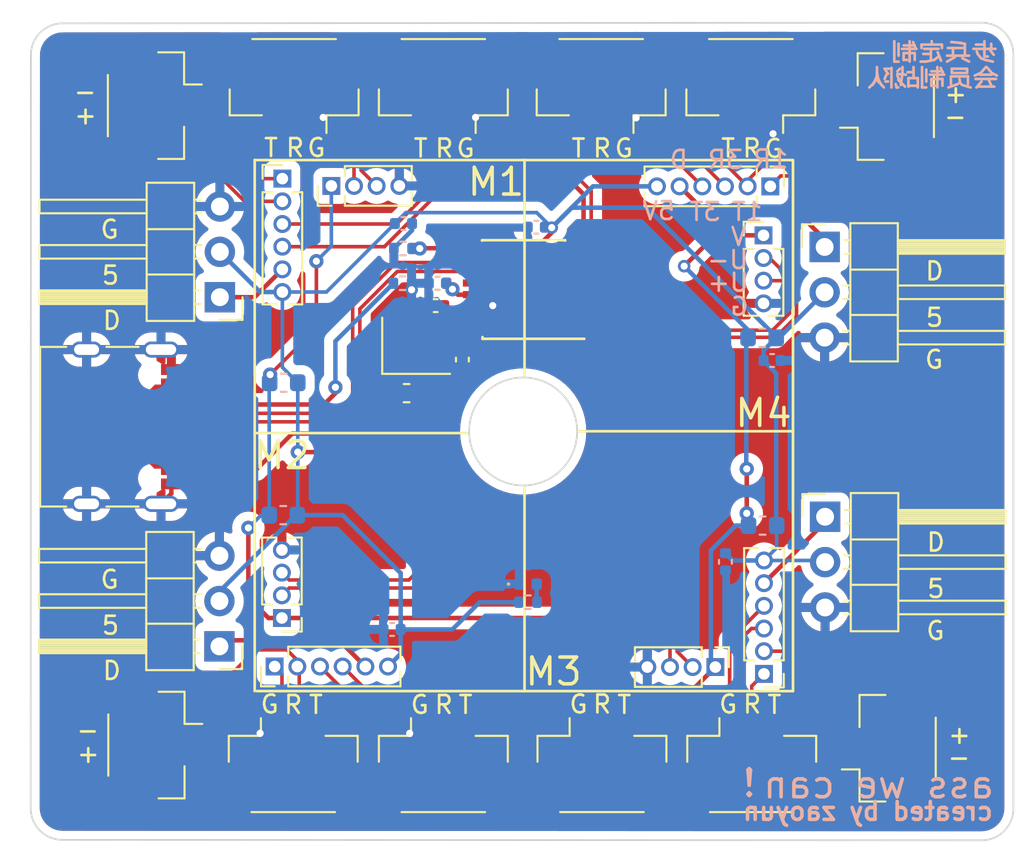
<source format=kicad_pcb>
(kicad_pcb (version 20211014) (generator pcbnew)
  (layers (0 "F.Cu" signal) (31 "B.Cu" signal) (34 "B.Paste" user) (35 "F.Paste" user) (36 "B.SilkS" user "B.Silkscreen") (37 "F.SilkS" user "F.Silkscreen") (38 "B.Mask" user) (39 "F.Mask" user) (44 "Edge.Cuts" user))
  (net 0 "")
  (net 1 "VBUS")
  (net 2 "GND")
  (net 3 "+3.3V")
  (net 4 "+5V")
  (net 5 "Net-(D1-Pad2)")
  (net 6 "/USB-")
  (net 7 "/USB+")
  (net 8 "/USB1-")
  (net 9 "/USB1+")
  (net 10 "/USB2-")
  (net 11 "/USB2+")
  (net 12 "/USB3-")
  (net 13 "/USB3+")
  (net 14 "/USB4-")
  (net 15 "/USB4+")
  (net 16 "Net-(R1-Pad1)")
  (net 17 "Net-(C1-Pad1)")
  (net 18 "Net-(C1-Pad2)")
  (net 19 "Net-(F1-Pad1)")
  (net 20 "Net-(J1-PadA5)")
  (net 23 "/CAN1-")
  (net 24 "/CAN1+")
  (net 25 "/CAN2-")
  (net 26 "/CAN2+")
  (net 27 "/CAN3-")
  (net 28 "/CAN3+")
  (net 29 "/CAN4-")
  (net 30 "/CAN4+")
  (net 31 "/UART2_TX")
  (net 32 "/UART2_RX")
  (net 33 "/UART3_TX")
  (net 34 "/UART3_RX")
  (net 35 "/UART4_TX")
  (net 36 "/UART4_RX")
  (net 37 "/UART1_TX")
  (net 38 "/UART1_RX")
  (net 39 "/DBUS1_RX")
  (net 40 "/DBUS2_RX")
  (net 41 "/DBUS3_RX")
  (net 42 "/DBUS4_RX")
  (net 43 "Net-(C8-Pad1)")
  (net 44 "Net-(C8-Pad2)")
  (footprint "Resistor_SMD:R_0402_1005Metric" (layer "F.Cu") (at 108.5068 96.7894 180)
    (fp_text reference "R2" hide)
    (fp_text value "1.5K")
  )
  (footprint "Connector_PinHeader_1.27mm:PinHeader_1x06_P1.27mm_Vertical" (layer "F.Cu") (at 127.1524 91.3638 -90)
    (fp_text reference "J22" hide)
    (fp_text value "Conn_01x06_Male")
  )
  (footprint "Oscillator:Oscillator_SMD_Abracon_ASE-4Pin_3.2x2.5mm" (layer "F.Cu") (at 107.315 100.2914)
    (fp_text reference "Y1" hide)
    (fp_text value "12MHZ")
  )
  (footprint "Fuse:Fuse_0603_1608Metric" (layer "F.Cu") (at 106.7815 102.9462)
    (fp_text reference "F1" hide)
    (fp_text value "Fuse")
  )
  (footprint "Connector_JST:JST_GH_SM03B-GHS-TB_1x03-1MP_P1.25mm_Horizontal" (layer "F.Cu") (at 117.7224 123.85)
    (fp_text reference "J16" hide)
    (fp_text value "Conn_01x03_Male")
  )
  (footprint "Connector_PinHeader_2.54mm:PinHeader_1x03_P2.54mm_Horizontal" (layer "F.Cu") (at 130.2196 109.87)
    (fp_text reference "J21" hide)
    (fp_text value "Conn_01x03_Male")
  )
  (footprint "Connector_PinHeader_2.54mm:PinHeader_1x03_P2.54mm_Horizontal" (layer "F.Cu") (at 96.2976 117.1298 180)
    (fp_text reference "J19" hide)
    (fp_text value "Conn_01x03_Male")
  )
  (footprint "Connector_PinHeader_1.27mm:PinHeader_1x06_P1.27mm_Vertical" (layer "F.Cu") (at 99.822 90.932)
    (fp_text reference "J25" hide)
    (fp_text value "Conn_01x06_Male")
  )
  (footprint "Connector_JST:JST_GH_SM03B-GHS-TB_1x03-1MP_P1.25mm_Horizontal" (layer "F.Cu") (at 100.4824 85.6742 180)
    (fp_text reference "J10" hide)
    (fp_text value "Conn_01x03_Male")
  )
  (footprint "Capacitor_SMD:C_0402_1005Metric" (layer "F.Cu") (at 108.4072 98.044 180)
    (fp_text reference "C8" hide)
    (fp_text value "12pf")
  )
  (footprint "Connector_JST:JST_GH_SM03B-GHS-TB_1x03-1MP_P1.25mm_Horizontal" (layer "F.Cu") (at 126.0602 85.6742 180)
    (fp_text reference "J13" hide)
    (fp_text value "Conn_01x03_Male")
  )
  (footprint "Connector_USB:USB_C_Receptacle_Palconn_UTC16-G" (layer "F.Cu") (at 91.0958 104.8258 -90)
    (fp_text reference "J1" hide)
    (fp_text value "USB_C_Receptacle_USB2.0")
  )
  (footprint "Connector_JST:JST_GH_SM02B-GHS-TB_1x02-1MP_P1.25mm_Horizontal" (layer "F.Cu") (at 133.858 122.8344 90)
    (fp_text reference "J9" hide)
    (fp_text value "CAN")
  )
  (footprint "Connector_PinHeader_1.27mm:PinHeader_1x06_P1.27mm_Vertical" (layer "F.Cu") (at 99.3902 118.2574 90)
    (fp_text reference "J24" hide)
    (fp_text value "Conn_01x06_Male")
  )
  (footprint "Capacitor_SMD:C_0402_1005Metric" (layer "F.Cu") (at 109.9058 101.0666 -90)
    (fp_text reference "C1" hide)
    (fp_text value "12pf")
  )
  (footprint "Connector_PinHeader_1.27mm:PinHeader_1x04_P1.27mm_Vertical" (layer "F.Cu") (at 124.074 118.2878 -90)
    (fp_text reference "J5" hide)
    (fp_text value "Conn_01x04_Female")
  )
  (footprint "Connector_PinHeader_2.54mm:PinHeader_1x03_P2.54mm_Horizontal" (layer "F.Cu") (at 130.1942 94.757)
    (fp_text reference "J20" hide)
    (fp_text value "Conn_01x03_Male")
  )
  (footprint "Connector_JST:JST_GH_SM02B-GHS-TB_1x02-1MP_P1.25mm_Horizontal" (layer "F.Cu") (at 92.6084 86.8426 -90)
    (fp_text reference "J6" hide)
    (fp_text value "CAN")
  )
  (footprint "Connector_JST:JST_GH_SM03B-GHS-TB_1x03-1MP_P1.25mm_Horizontal" (layer "F.Cu") (at 117.6782 85.6742 180)
    (fp_text reference "J15" hide)
    (fp_text value "Conn_01x03_Male")
  )
  (footprint "Connector_JST:JST_GH_SM03B-GHS-TB_1x03-1MP_P1.25mm_Horizontal" (layer "F.Cu") (at 108.839 123.8504)
    (fp_text reference "J14" hide)
    (fp_text value "Conn_01x03_Male")
  )
  (footprint "Connector_PinHeader_1.27mm:PinHeader_1x06_P1.27mm_Vertical" (layer "F.Cu") (at 126.7968 118.6688 180)
    (fp_text reference "J23" hide)
    (fp_text value "Conn_01x06_Male")
  )
  (footprint "Connector_JST:JST_GH_SM03B-GHS-TB_1x03-1MP_P1.25mm_Horizontal" (layer "F.Cu") (at 126.111 123.8504)
    (fp_text reference "J11" hide)
    (fp_text value "Conn_01x03_Male")
  )
  (footprint "Connector_JST:JST_GH_SM03B-GHS-TB_1x03-1MP_P1.25mm_Horizontal" (layer "F.Cu") (at 100.4316 123.8504)
    (fp_text reference "J12" hide)
    (fp_text value "Conn_01x03_Male")
  )
  (footprint "Connector_JST:JST_GH_SM03B-GHS-TB_1x03-1MP_P1.25mm_Horizontal" (layer "F.Cu") (at 108.839 85.6742 180)
    (fp_text reference "J17" hide)
    (fp_text value "Conn_01x03_Male")
  )
  (footprint "Connector_JST:JST_GH_SM02B-GHS-TB_1x02-1MP_P1.25mm_Horizontal" (layer "F.Cu") (at 92.6338 122.6566 -90)
    (fp_text reference "J7" hide)
    (fp_text value "CAN")
  )
  (footprint "Connector_PinHeader_1.27mm:PinHeader_1x04_P1.27mm_Vertical" (layer "F.Cu") (at 102.5652 91.3384 90)
    (fp_text reference "J2" hide)
    (fp_text value "Conn_01x04_Female")
  )
  (footprint "Package_SO:SSOP-16_4.4x5.2mm_P0.65mm" (layer "F.Cu") (at 113.3328 97.1042 180)
    (fp_text reference "U1" hide)
    (fp_text value "FE8.1")
  )
  (footprint "Connector_PinHeader_2.54mm:PinHeader_1x03_P2.54mm_Horizontal" (layer "F.Cu") (at 96.323 97.5718 180)
    (fp_text reference "J18" hide)
    (fp_text value "Conn_01x03_Male")
  )
  (footprint "Connector_JST:JST_GH_SM02B-GHS-TB_1x02-1MP_P1.25mm_Horizontal" (layer "F.Cu") (at 133.7564 86.8934 90)
    (fp_text reference "J8" hide)
    (fp_text value "CAN")
  )
  (footprint "Connector_PinHeader_1.27mm:PinHeader_1x04_P1.27mm_Vertical" (layer "F.Cu") (at 126.7714 94.107)
    (fp_text reference "J4" hide)
    (fp_text value "Conn_01x04_Female")
  )
  (footprint "Connector_PinHeader_1.27mm:PinHeader_1x04_P1.27mm_Vertical" (layer "F.Cu") (at 99.7966 115.5396 180)
    (fp_text reference "J3" hide)
    (fp_text value "Conn_01x04_Female")
  )
  (footprint "Fuse:Fuse_0603_1608Metric" (layer "B.Cu") (at 99.8982 102.362)
    (fp_text reference "F3" hide)
    (fp_text value "Fuse")
  )
  (footprint "Capacitor_SMD:C_0402_1005Metric" (layer "B.Cu") (at 105.9688 116.1796)
    (fp_text reference "C6" hide)
    (fp_text value "1uf")
  )
  (footprint "Fuse:Fuse_0603_1608Metric" (layer "B.Cu") (at 99.8727 109.7788)
    (fp_text reference "F5" hide)
    (fp_text value "Fuse")
  )
  (footprint "Capacitor_SMD:C_0402_1005Metric" (layer "B.Cu") (at 114.046 93.6498 180)
    (fp_text reference "C3" hide)
    (fp_text value "10uf")
  )
  (footprint "Capacitor_SMD:C_0402_1005Metric" (layer "B.Cu") (at 106.6038 93.4466 180)
    (fp_text reference "C7" hide)
    (fp_text value "1uf")
  )
  (footprint "Resistor_SMD:R_0402_1005Metric" (layer "B.Cu") (at 106.5784 94.8436 180)
    (fp_text reference "R1" hide)
    (fp_text value "2.7k")
  )
  (footprint "Capacitor_SMD:C_0402_1005Metric" (layer "B.Cu") (at 127.254 101.1174 180)
    (fp_text reference "C5" hide)
    (fp_text value "1uf")
  )
  (footprint "Resistor_SMD:R_0402_1005Metric" (layer "B.Cu") (at 106.551 96.7894)
    (fp_text reference "R4" hide)
    (fp_text value "510R")
  )
  (footprint "LED_SMD:LED_0402_1005Metric" (layer "B.Cu") (at 113.5793 113.6396)
    (fp_text reference "D1" hide)
    (fp_text value "LED")
  )
  (footprint "Fuse:Fuse_0603_1608Metric" (layer "B.Cu") (at 126.6953 99.8474)
    (fp_text reference "F2" hide)
    (fp_text value "Fuse")
  )
  (footprint "Fuse:Fuse_0603_1608Metric" (layer "B.Cu") (at 126.7207 110.363)
    (fp_text reference "F4" hide)
    (fp_text value "Fuse")
  )
  (footprint "Resistor_SMD:R_0402_1005Metric" (layer "B.Cu") (at 113.5793 114.6556 180)
    (fp_text reference "R3" hide)
    (fp_text value "510R")
  )
  (footprint "Capacitor_SMD:C_0402_1005Metric" (layer "B.Cu") (at 108.5068 96.7894 180)
    (fp_text reference "C2" hide)
    (fp_text value "10uf")
  )
  (footprint "Capacitor_SMD:C_0402_1005Metric" (layer "B.Cu") (at 124.6378 112.3924 90)
    (fp_text reference "C4" hide)
    (fp_text value "1uf")
  )
  (gr_line (start 113.3856 89.8906) (end 113.3856 101.9556) (layer "F.SilkS") (width 0.15))
  (gr_line (start 128.4224 105.0798) (end 128.4224 119.634) (layer "F.SilkS") (width 0.15))
  (gr_line (start 113.3856 119.634) (end 128.4224 119.634) (layer "F.SilkS") (width 0.15))
  (gr_line (start 110.1598 105.1814) (end 98.2726 105.1814) (layer "F.SilkS") (width 0.15))
  (gr_line (start 98.3996 119.634) (end 113.3856 119.634) (layer "F.SilkS") (width 0.15))
  (gr_line (start 128.4224 105.0798) (end 128.4224 89.8906) (layer "F.SilkS") (width 0.15))
  (gr_line (start 98.2726 105.1814) (end 98.2726 119.634) (layer "F.SilkS") (width 0.15))
  (gr_line (start 113.3856 89.8906) (end 128.397 89.8906) (layer "F.SilkS") (width 0.15))
  (gr_line (start 113.3856 108.2294) (end 113.3856 119.6086) (layer "F.SilkS") (width 0.15))
  (gr_line (start 98.2726 105.1814) (end 98.2726 89.8906) (layer "F.SilkS") (width 0.15))
  (gr_line (start 116.4336 105.0798) (end 128.4224 105.0798) (layer "F.SilkS") (width 0.15))
  (gr_line (start 113.3856 89.8906) (end 98.2726 89.8906) (layer "F.SilkS") (width 0.15))
  (gr_arc (start 85.737636 84.010436) (mid 86.2584 82.7532) (end 87.515636 82.232436) (layer "Edge.Cuts") (width 0.1))
  (gr_circle (center 113.3094 105.0925) (end 116.332 105.2068) (layer "Edge.Cuts") (width 0.1) (fill none))
  (gr_arc (start 138.9888 82.1944) (mid 140.246036 82.715164) (end 140.7668 83.9724) (layer "Edge.Cuts") (width 0.1))
  (gr_arc (start 140.7668 126.2126) (mid 140.246036 127.469836) (end 138.9888 127.9906) (layer "Edge.Cuts") (width 0.1))
  (gr_line (start 87.503 127.9652) (end 138.9888 127.9906) (layer "Edge.Cuts") (width 0.1))
  (gr_arc (start 87.503 127.9652) (mid 86.236752 127.435435) (end 85.725 126.1618) (layer "Edge.Cuts") (width 0.1))
  (gr_line (start 87.515636 82.232436) (end 138.9888 82.1944) (layer "Edge.Cuts") (width 0.1))
  (gr_line (start 140.7668 83.9724) (end 140.7668 126.2126) (layer "Edge.Cuts") (width 0.1))
  (gr_line (start 85.737636 84.010436) (end 85.725 126.1618) (layer "Edge.Cuts") (width 0.1))
  (gr_text "会员制战队" (at 136.2456 85.3694) (layer "B.SilkS") (effects (font (size 1 1)) (justify mirror)))
  (gr_text "D" (at 122.0216 89.8652) (layer "B.SilkS") (effects (font (size 1 1)) (justify mirror)))
  (gr_text "ass we can！" (at 132.4356 124.8664) (layer "B.SilkS") (effects (font (size 1.5 1.5) (thickness 0.2)) (justify mirror)))
  (gr_text "V\n" (at 125.3744 94.1832) (layer "B.SilkS") (effects (font (size 1 1)) (justify mirror)))
  (gr_text "1R" (at 127.1778 89.8398) (layer "B.SilkS") (effects (font (size 1 1)) (justify mirror)))
  (gr_text "U+\n" (at 124.7902 96.7486) (layer "B.SilkS") (effects (font (size 1 1)) (justify mirror)))
  (gr_text "U-" (at 124.7648 95.4786) (layer "B.SilkS") (effects (font (size 1 1)) (justify mirror)))
  (gr_text "G" (at 125.4252 98.0948) (layer "B.SilkS") (effects (font (size 1 1)) (justify mirror)))
  (gr_text "1T" (at 125.857 92.7862) (layer "B.SilkS") (effects (font (size 1 1)) (justify mirror)))
  (gr_text "步兵定制" (at 136.906 83.9216) (layer "B.SilkS") (effects (font (size 1 1)) (justify mirror)))
  (gr_text "created by zaoyun" (at 132.6134 126.365) (layer "B.SilkS") (effects (font (size 1 1) (thickness 0.2)) (justify mirror)))
  (gr_text "5V" (at 120.904 92.7354) (layer "B.SilkS") (effects (font (size 1 1)) (justify mirror)))
  (gr_text "3R" (at 124.6378 89.8652) (layer "B.SilkS") (effects (font (size 1 1)) (justify mirror)))
  (gr_text "3T" (at 123.4948 92.7862) (layer "B.SilkS") (effects (font (size 1 1)) (justify mirror)))
  (gr_text "M4\n" (at 126.7714 104.0638) (layer "F.SilkS") (effects (font (size 1.5 1.5) (thickness 0.2))))
  (gr_text "G\n" (at 116.4082 120.3706) (layer "F.SilkS") (effects (font (size 1 1))))
  (gr_text "R" (at 126.111 89.2302) (layer "F.SilkS") (effects (font (size 1 1))))
  (gr_text "D\n" (at 136.3472 96.1136) (layer "F.SilkS") (effects (font (size 1 1))))
  (gr_text "R" (at 108.8898 89.2302) (layer "F.SilkS") (effects (font (size 1 1))))
  (gr_text "M2\n" (at 99.7966 106.426) (layer "F.SilkS") (effects (font (size 1.5 1.5) (thickness 0.2))))
  (gr_text "T\n" (at 107.569 89.2302) (layer "F.SilkS") (effects (font (size 1 1))))
  (gr_text "-\n" (at 88.773 86.0552) (layer "F.SilkS") (effects (font (size 1 1))))
  (gr_text "G\n" (at 110.0836 89.2302) (layer "F.SilkS") (effects (font (size 1 1))))
  (gr_text "T\n" (at 127.381 120.396) (layer "F.SilkS") (effects (font (size 1 1))))
  (gr_text "T\n" (at 118.9736 120.396) (layer "F.SilkS") (effects (font (size 1 1))))
  (gr_text "-\n" (at 137.5156 87.4522) (layer "F.SilkS") (effects (font (size 1 1))))
  (gr_text "G\n" (at 136.398 116.2558) (layer "F.SilkS") (effects (font (size 1 1))))
  (gr_text "T\n" (at 110.0836 120.396) (layer "F.SilkS") (effects (font (size 1 1))))
  (gr_text "G\n" (at 118.9482 89.2302) (layer "F.SilkS") (effects (font (size 1 1))))
  (gr_text "5\n\n" (at 90.1954 97.155) (layer "F.SilkS") (effects (font (size 1 1))))
  (gr_text "G\n" (at 99.1108 120.3706) (layer "F.SilkS") (effects (font (size 1 1))))
  (gr_text "G\n" (at 124.7902 120.3706) (layer "F.SilkS") (effects (font (size 1 1))))
  (gr_text "G\n" (at 101.727 89.2048) (layer "F.SilkS") (effects (font (size 1 1))))
  (gr_text "T\n" (at 101.7016 120.396) (layer "F.SilkS") (effects (font (size 1 1))))
  (gr_text "R" (at 126.1364 120.3706) (layer "F.SilkS") (effects (font (size 1 1))))
  (gr_text "+\n" (at 88.9508 123.1392) (layer "F.SilkS") (effects (font (size 1 1))))
  (gr_text "G\n" (at 136.3218 101.0666) (layer "F.SilkS") (effects (font (size 1 1))))
  (gr_text "-\n" (at 88.9254 121.8184) (layer "F.SilkS") (effects (font (size 1 1))))
  (gr_text "M1\n" (at 111.7854 91.1098) (layer "F.SilkS") (effects (font (size 1.5 1.5) (thickness 0.2))))
  (gr_text "+\n" (at 88.7984 87.376) (layer "F.SilkS") (effects (font (size 1 1))))
  (gr_text "G\n" (at 107.5182 120.396) (layer "F.SilkS") (effects (font (size 1 1))))
  (gr_text "D\n" (at 136.4234 111.3028) (layer "F.SilkS") (effects (font (size 1 1))))
  (gr_text "G\n" (at 90.1446 93.7768) (layer "F.SilkS") (effects (font (size 1 1))))
  (gr_text "T\n" (at 99.187 89.2048) (layer "F.SilkS") (effects (font (size 1 1))))
  (gr_text "5\n\n" (at 136.3472 99.5172) (layer "F.SilkS") (effects (font (size 1 1))))
  (gr_text "R" (at 100.5332 89.2048) (layer "F.SilkS") (effects (font (size 1 1))))
  (gr_text "R" (at 100.4316 120.396) (layer "F.SilkS") (effects (font (size 1 1))))
  (gr_text "R" (at 117.729 89.2302) (layer "F.SilkS") (effects (font (size 1 1))))
  (gr_text "+\n" (at 137.7442 122.0724) (layer "F.SilkS") (effects (font (size 1 1))))
  (gr_text "+\n" (at 137.541 86.1822) (layer "F.SilkS") (effects (font (size 1 1))))
  (gr_text "5\n\n" (at 90.1954 116.7638) (layer "F.SilkS") (effects (font (size 1 1))))
  (gr_text "D\n" (at 90.2716 118.491) (layer "F.SilkS") (effects (font (size 1 1))))
  (gr_text "G\n" (at 90.1446 113.3856) (layer "F.SilkS") (effects (font (size 1 1))))
  (gr_text "D\n" (at 90.2716 98.8822) (layer "F.SilkS") (effects (font (size 1 1))))
  (gr_text "-\n" (at 137.7188 123.3424) (layer "F.SilkS") (effects (font (size 1 1))))
  (gr_text "5\n\n" (at 136.4234 114.7064) (layer "F.SilkS") (effects (font (size 1 1))))
  (gr_text "R" (at 108.8644 120.396) (layer "F.SilkS") (effects (font (size 1 1))))
  (gr_text "T\n" (at 124.7902 89.2302) (layer "F.SilkS") (effects (font (size 1 1))))
  (gr_text "M3\n" (at 115.0112 118.5418) (layer "F.SilkS") (effects (font (size 1.5 1.5) (thickness 0.2))))
  (gr_text "R" (at 117.729 120.3706) (layer "F.SilkS") (effects (font (size 1 1))))
  (gr_text "T\n" (at 116.4082 89.2302) (layer "F.SilkS") (effects (font (size 1 1))))
  (gr_text "G\n" (at 127.3302 89.2556) (layer "F.SilkS") (effects (font (size 1 1))))
  (segment (start 126.7714 94.107) (end 124.0536 94.107) (width 0.254) (layer "F.Cu") (net 1))
  (segment (start 101.727 95.5548) (end 101.727 99.314) (width 0.2032) (layer "F.Cu") (net 1))
  (segment (start 97.917 114.414) (end 99.0426 115.5396) (width 0.254) (layer "F.Cu") (net 1))
  (segment (start 122.753875 119.607925) (end 124.074 118.2878) (width 0.254) (layer "F.Cu") (net 1))
  (segment (start 101.727 99.314) (end 99.1362 101.9048) (width 0.2032) (layer "F.Cu") (net 1))
  (segment (start 125.8316 107.188) (end 125.8316 109.6772) (width 0.254) (layer "F.Cu") (net 1))
  (segment (start 97.917 110.49) (end 97.917 114.414) (width 0.254) (layer "F.Cu") (net 1))
  (segment (start 124.0536 94.107) (end 122.3264 95.8342) (width 0.254) (layer "F.Cu") (net 1))
  (segment (start 115.473674 115.5396) (end 119.541999 119.607925) (width 0.254) (layer "F.Cu") (net 1))
  (segment (start 119.541999 119.607925) (end 122.753875 119.607925) (width 0.254) (layer "F.Cu") (net 1))
  (segment (start 99.7966 115.5396) (end 115.473674 115.5396) (width 0.254) (layer "F.Cu") (net 1))
  (segment (start 99.0426 115.5396) (end 99.7966 115.5396) (width 0.254) (layer "F.Cu") (net 1))
  (via (at 99.1362 101.9048) (size 0.8) (drill 0.4) (layers "F.Cu" "B.Cu") (net 1))
  (via (at 101.727 95.5548) (size 0.8) (drill 0.4) (layers "F.Cu" "B.Cu") (net 1))
  (via (at 97.917 110.49) (size 0.8) (drill 0.4) (layers "F.Cu" "B.Cu") (net 1))
  (via (at 125.8316 107.188) (size 0.8) (drill 0.4) (layers "F.Cu" "B.Cu") (net 1))
  (via (at 122.3264 95.8342) (size 0.7) (drill 0.4) (layers "F.Cu" "B.Cu") (net 1))
  (via (at 125.831247 109.677553) (size 0.8) (drill 0.4) (layers "F.Cu" "B.Cu") (net 1))
  (segment (start 125.8062 99.949) (end 125.8062 107.1626) (width 0.254) (layer "B.Cu") (net 1))
  (segment (start 125.8062 107.1626) (end 125.8316 107.188) (width 0.254) (layer "B.Cu") (net 1))
  (segment (start 97.917 110.49) (end 98.6282 109.7788) (width 0.2032) (layer "B.Cu") (net 1))
  (segment (start 125.9078 99.8474) (end 125.9078 99.4156) (width 0.254) (layer "B.Cu") (net 1))
  (segment (start 98.6282 109.7788) (end 99.0852 109.7788) (width 0.2032) (layer "B.Cu") (net 1))
  (segment (start 125.9078 99.4156) (end 122.3264 95.8342) (width 0.254) (layer "B.Cu") (net 1))
  (segment (start 123.825 118.0388) (end 124.074 118.2878) (width 0.254) (layer "B.Cu") (net 1))
  (segment (start 99.0852 109.7788) (end 99.0852 102.3875) (width 0.2032) (layer "B.Cu") (net 1))
  (segment (start 123.825 111.754762) (end 123.825 118.0388) (width 0.254) (layer "B.Cu") (net 1))
  (segment (start 125.9332 110.363) (end 125.216762 110.363) (width 0.254) (layer "B.Cu") (net 1))
  (segment (start 125.9078 99.8474) (end 125.8062 99.949) (width 0.254) (layer "B.Cu") (net 1))
  (segment (start 102.5652 94.7166) (end 102.5652 91.3384) (width 0.2032) (layer "B.Cu") (net 1))
  (segment (start 125.216762 110.363) (end 123.825 111.754762) (width 0.254) (layer "B.Cu") (net 1))
  (segment (start 101.727 95.5548) (end 102.5652 94.7166) (width 0.2032) (layer "B.Cu") (net 1))
  (segment (start 118.9282 87.5242) (end 119.579 87.5242) (width 0.254) (layer "F.Cu") (net 2))
  (segment (start 127.3102 88.412) (end 127.3102 87.5242) (width 0.254) (layer "F.Cu") (net 2))
  (segment (start 119.579 87.5242) (end 119.634 87.5284) (width 0.254) (layer "F.Cu") (net 2))
  (segment (start 106.265 99.4664) (end 106.365 99.4664) (width 0.254) (layer "F.Cu") (net 2))
  (segment (start 119.634 87.5284) (end 119.5832 87.5284) (width 0.254) (layer "F.Cu") (net 2))
  (segment (start 106.365 99.4664) (end 108.015 101.1164) (width 0.254) (layer "F.Cu") (net 2))
  (segment (start 93.0258 109.1458) (end 93.6058 108.5658) (width 0.254) (layer "F.Cu") (net 2))
  (segment (start 101.7324 87.5242) (end 102.0868 87.5242) (width 0.254) (layer "F.Cu") (net 2))
  (segment (start 110.6212 87.5242) (end 110.6424 87.503) (width 0.2032) (layer "F.Cu") (net 2))
  (segment (start 110.6424 87.503) (end 110.507 87.503) (width 0.2032) (layer "F.Cu") (net 2))
  (segment (start 107.589 122.0004) (end 106.9552 122.0004) (width 0.254) (layer "F.Cu") (net 2))
  (segment (start 102.0868 87.5242) (end 102.108 87.503) (width 0.254) (layer "F.Cu") (net 2))
  (segment (start 108.015 101.1164) (end 108.365 101.1164) (width 0.254) (layer "F.Cu") (net 2))
  (segment (start 93.6058 101.0858) (end 93.6058 101.6258) (width 0.254) (layer "F.Cu") (net 2))
  (segment (start 111.5704 98.0792) (end 111.6056 98.044) (width 0.25) (layer "F.Cu") (net 2))
  (segment (start 93.0258 100.5058) (end 93.6058 101.0858) (width 0.254) (layer "F.Cu") (net 2))
  (segment (start 110.4328 98.0792) (end 111.5704 98.0792) (width 0.25) (layer "F.Cu") (net 2))
  (segment (start 110.089 87.5242) (end 110.6212 87.5242) (width 0.2032) (layer "F.Cu") (net 2))
  (segment (start 110.507 87.503) (end 110.4858 87.5242) (width 0.2032) (layer "F.Cu") (net 2))
  (segment (start 93.6058 108.5658) (end 93.6058 108.0258) (width 0.254) (layer "F.Cu") (net 2))
  (via (at 110.6424 87.503) (size 0.8) (drill 0.4) (layers "F.Cu" "B.Cu") (net 2))
  (via (at 98.5774 121.9962) (size 0.8) (drill 0.4) (layers "F.Cu" "B.Cu") (net 2))
  (via (at 111.6056 98.044) (size 0.8) (drill 0.4) (layers "F.Cu" "B.Cu") (net 2))
  (via (at 119.634 87.5284) (size 0.8) (drill 0.4) (layers "F.Cu" "B.Cu") (net 2))
  (via (at 127.3048 88.4174) (size 0.8) (drill 0.4) (layers "F.Cu" "B.Cu") (net 2))
  (via (at 102.108 87.503) (size 0.8) (drill 0.4) (layers "F.Cu" "B.Cu") (net 2))
  (via (at 107.061 97.155) (size 0.7) (drill 0.4) (layers "F.Cu" "B.Cu") (net 2))
  (via (at 106.9552 122.0004) (size 0.8) (drill 0.4) (layers "F.Cu" "B.Cu") (net 2))
  (segment (start 107.0838 93.4466) (end 107.0838 93.8282) (width 0.254) (layer "B.Cu") (net 2))
  (segment (start 107.0838 93.8282) (end 106.0684 94.8436) (width 0.254) (layer "B.Cu") (net 2))
  (segment (start 107.061 96.7894) (end 107.061 97.155) (width 0.254) (layer "B.Cu") (net 2))
  (segment (start 109.351077 97.123677) (end 109.0168 96.7894) (width 0.254) (layer "F.Cu") (net 3))
  (segment (start 109.656168 97.4292) (end 110.4328 97.4292) (width 0.254) (layer "F.Cu") (net 3))
  (segment (start 109.351077 97.124109) (end 109.656168 97.4292) (width 0.254) (layer "F.Cu") (net 3))
  (segment (start 109.351077 97.124109) (end 109.351077 97.123677) (width 0.254) (layer "F.Cu") (net 3))
  (via (at 109.351077 97.124109) (size 0.8) (drill 0.4) (layers "F.Cu" "B.Cu") (net 3))
  (segment (start 114.9096 93.9546) (end 112.085 96.7792) (width 0.25) (layer "F.Cu") (net 4))
  (segment (start 107.569 102.9462) (end 104.2671 106.2481) (width 0.25) (layer "F.Cu") (net 4))
  (segment (start 114.9096 93.6752) (end 114.9096 93.9546) (width 0.25) (layer "F.Cu") (net 4))
  (segment (start 104.2671 106.2481) (end 100.6857 106.2481) (width 0.25) (layer "F.Cu") (net 4))
  (segment (start 112.085 96.7792) (end 110.4328 96.7792) (width 0.25) (layer "F.Cu") (net 4))
  (via (at 114.9096 93.6752) (size 0.7) (drill 0.4) (layers "F.Cu" "B.Cu") (net 4))
  (via (at 100.6857 106.2481) (size 0.8) (drill 0.4) (layers "F.Cu" "B.Cu") (net 4))
  (segment (start 115.3287 93.2561) (end 114.9096 93.6752) (width 0.254) (layer "B.Cu") (net 4))
  (segment (start 127.4826 101.836438) (end 127.4826 110.3374) (width 0.254) (layer "B.Cu") (net 4))
  (segment (start 105.7402 118.2574) (end 106.4488 117.5488) (width 0.254) (layer "B.Cu") (net 4))
  (segment (start 106.4488 116.1796) (end 106.4488 113.0274) (width 0.254) (layer "B.Cu") (net 4))
  (segment (start 106.7354 92.835) (end 114.0694 92.835) (width 0.2032) (layer "B.Cu") (net 4))
  (segment (start 127.508 111.6076) (end 127.508 110.3632) (width 0.2032) (layer "B.Cu") (net 4))
  (segment (start 120.8024 91.3638) (end 117.221 91.3638) (width 0.254) (layer "B.Cu") (net 4))
  (segment (start 99.822 101.4983) (end 99.822 97.282) (width 0.2032) (layer "B.Cu") (net 4))
  (segment (start 124.6378 111.9124) (end 125.0442 112.3188) (width 0.254) (layer "B.Cu") (net 4))
  (segment (start 125.0442 112.3188) (end 126.7968 112.3188) (width 0.254) (layer "B.Cu") (net 4))
  (segment (start 120.242445 92.5576) (end 116.0272 92.5576) (width 0.254) (layer "B.Cu") (net 4))
  (segment (start 114.0694 92.835) (end 114.9096 93.6752) (width 0.2032) (layer "B.Cu") (net 4))
  (segment (start 106.4488 117.5488) (end 106.4488 116.1796) (width 0.254) (layer "B.Cu") (net 4))
  (segment (start 117.221 91.3638) (end 115.3287 93.2561) (width 0.254) (layer "B.Cu") (net 4))
  (segment (start 116.0272 92.5576) (end 115.3287 93.2561) (width 0.254) (layer "B.Cu") (net 4))
  (segment (start 126.774 101.127838) (end 127.4826 101.836438) (width 0.254) (layer "B.Cu") (net 4))
  (segment (start 110.871 114.6556) (end 109.347 116.1796) (width 0.25) (layer "B.Cu") (net 4))
  (segment (start 126.7968 112.3188) (end 127.508 111.6076) (width 0.2032) (layer "B.Cu") (net 4))
  (segment (start 127.6438 99.8474) (end 130.1942 97.297) (width 0.254) (layer "B.Cu") (net 4))
  (segment (start 106.4488 113.0274) (end 103.2002 109.7788) (width 0.254) (layer "B.Cu") (net 4))
  (segment (start 102.2884 97.282) (end 99.822 97.282) (width 0.2032) (layer "B.Cu") (net 4))
  (segment (start 106.1238 93.4466) (end 102.2884 97.282) (width 0.2032) (layer "B.Cu") (net 4))
  (segment (start 127.508 110.3632) (end 127.5082 110.363) (width 0.2032) (layer "B.Cu") (net 4))
  (segment (start 96.323 95.0318) (end 98.5732 97.282) (width 0.254) (layer "B.Cu") (net 4))
  (segment (start 130.1284 112.3188) (end 130.2196 112.41) (width 0.2032) (layer "B.Cu") (net 4))
  (segment (start 96.2976 114.059045) (end 100.577845 109.7788) (width 0.254) (layer "B.Cu") (net 4))
  (segment (start 100.577845 109.7788) (end 100.6602 109.7788) (width 0.254) (layer "B.Cu") (net 4))
  (segment (start 106.1238 93.4466) (end 106.7354 92.835) (width 0.2032) (layer "B.Cu") (net 4))
  (segment (start 100.6857 102.362) (end 100.6857 106.2481) (width 0.2032) (layer "B.Cu") (net 4))
  (segment (start 98.5732 97.282) (end 99.822 97.282) (width 0.254) (layer "B.Cu") (net 4))
  (segment (start 127.4828 99.797955) (end 120.242445 92.5576) (width 0.254) (layer "B.Cu") (net 4))
  (segment (start 126.7968 112.3188) (end 130.1284 112.3188) (width 0.2032) (layer "B.Cu") (net 4))
  (segment (start 127.4828 99.8474) (end 126.774 100.5562) (width 0.254) (layer "B.Cu") (net 4))
  (segment (start 100.6857 102.362) (end 99.822 101.4983) (width 0.2032) (layer "B.Cu") (net 4))
  (segment (start 126.774 100.5562) (end 126.774 101.1174) (width 0.254) (layer "B.Cu") (net 4))
  (segment (start 96.2976 114.5898) (end 96.2976 114.059045) (width 0.254) (layer "B.Cu") (net 4))
  (segment (start 113.0693 114.6556) (end 110.871 114.6556) (width 0.25) (layer "B.Cu") (net 4))
  (segment (start 127.4826 110.3374) (end 127.5082 110.363) (width 0.254) (layer "B.Cu") (net 4))
  (segment (start 103.2002 109.7788) (end 100.6602 109.7788) (width 0.254) (layer "B.Cu") (net 4))
  (segment (start 100.6857 106.2481) (end 100.6857 109.7533) (width 0.2032) (layer "B.Cu") (net 4))
  (segment (start 109.347 116.1796) (end 106.4488 116.1796) (width 0.25) (layer "B.Cu") (net 4))
  (segment (start 126.774 101.1174) (end 126.774 101.127838) (width 0.254) (layer "B.Cu") (net 4))
  (segment (start 114.0643 114.6306) (end 114.0893 114.6556) (width 0.25) (layer "B.Cu") (net 5))
  (segment (start 114.0643 113.6396) (end 114.0643 114.6306) (width 0.25) (layer "B.Cu") (net 5))
  (segment (start 93.6058 104.0758) (end 103.245633 104.0758) (width 0.2) (layer "F.Cu") (net 6))
  (segment (start 103.7618 103.559633) (end 103.7618 98.063881) (width 0.2) (layer "F.Cu") (net 6))
  (segment (start 106.19648 95.6292) (end 110.2828 95.6292) (width 0.2) (layer "F.Cu") (net 6))
  (segment (start 92.6084 104.9084) (end 92.6084 104.2432) (width 0.2) (layer "F.Cu") (net 6))
  (segment (start 92.6084 104.2432) (end 92.7758 104.0758) (width 0.2) (layer "F.Cu") (net 6))
  (segment (start 103.7618 98.063881) (end 106.19648 95.6292) (width 0.2) (layer "F.Cu") (net 6))
  (segment (start 103.245633 104.0758) (end 103.7618 103.559633) (width 0.2) (layer "F.Cu") (net 6))
  (segment (start 93.6058 105.0758) (end 92.7758 105.0758) (width 0.2) (layer "F.Cu") (net 6))
  (segment (start 110.2828 95.6292) (end 110.4328 95.4792) (width 0.2) (layer "F.Cu") (net 6))
  (segment (start 92.7758 105.0758) (end 92.6084 104.9084) (width 0.2) (layer "F.Cu") (net 6))
  (segment (start 92.7758 104.0758) (end 93.6058 104.0758) (width 0.2) (layer "F.Cu") (net 6))
  (segment (start 94.5896 105.4608) (end 94.5896 104.7296) (width 0.2) (layer "F.Cu") (net 7))
  (segment (start 107.9968 96.4516) (end 108.3192 96.1292) (width 0.2) (layer "F.Cu") (net 7))
  (segment (start 93.6058 105.5758) (end 94.4746 105.5758) (width 0.2) (layer "F.Cu") (net 7))
  (segment (start 94.4746 105.5758) (end 94.5896 105.4608) (width 0.2) (layer "F.Cu") (net 7))
  (segment (start 104.1618 103.725319) (end 104.1618 98.229566) (width 0.2) (layer "F.Cu") (net 7))
  (segment (start 108.3192 96.1292) (end 110.4328 96.1292) (width 0.2) (layer "F.Cu") (net 7))
  (segment (start 94.500801 104.5508) (end 103.336319 104.5508) (width 0.2) (layer "F.Cu") (net 7))
  (segment (start 93.6058 104.5758) (end 94.475801 104.5758) (width 0.2) (layer "F.Cu") (net 7))
  (segment (start 94.4858 104.6258) (end 94.107 104.6258) (width 0.2) (layer "F.Cu") (net 7))
  (segment (start 104.1618 98.229566) (end 106.262166 96.1292) (width 0.2) (layer "F.Cu") (net 7))
  (segment (start 106.262166 96.1292) (end 108.3192 96.1292) (width 0.2) (layer "F.Cu") (net 7))
  (segment (start 94.5896 104.7296) (end 94.4858 104.6258) (width 0.2) (layer "F.Cu") (net 7))
  (segment (start 94.475801 104.5758) (end 94.500801 104.5508) (width 0.2) (layer "F.Cu") (net 7))
  (segment (start 103.336319 104.5508) (end 104.1618 103.725319) (width 0.2) (layer "F.Cu") (net 7))
  (segment (start 107.9968 96.7894) (end 107.9968 96.4516) (width 0.2) (layer "F.Cu") (net 7))
  (segment (start 103.8352 88.5818) (end 106.8698 85.5472) (width 0.2) (layer "F.Cu") (net 8))
  (segment (start 103.8352 91.3384) (end 103.8352 88.5818) (width 0.2) (layer "F.Cu") (net 8))
  (segment (start 111.034584 85.5472) (end 117.1194 91.632016) (width 0.2) (layer "F.Cu") (net 8))
  (segment (start 106.8698 85.5472) (end 111.034584 85.5472) (width 0.2) (layer "F.Cu") (net 8))
  (segment (start 117.1194 91.632016) (end 117.1194 95.1484) (width 0.2) (layer "F.Cu") (net 8))
  (segment (start 117.1194 95.1484) (end 116.7886 95.4792) (width 0.2) (layer "F.Cu") (net 8))
  (segment (start 116.7886 95.4792) (end 116.2328 95.4792) (width 0.2) (layer "F.Cu") (net 8))
  (segment (start 107.035486 85.9472) (end 110.857714 85.9472) (width 0.2) (layer "F.Cu") (net 9))
  (segment (start 116.6924 91.808886) (end 110.857714 85.9742) (width 0.254) (layer "F.Cu") (net 9))
  (segment (start 104.2352 90.4684) (end 104.2352 88.747486) (width 0.2) (layer "F.Cu") (net 9))
  (segment (start 105.1052 91.3384) (end 104.2352 90.4684) (width 0.2) (layer "F.Cu") (net 9))
  (segment (start 116.2328 94.8292) (end 116.6924 94.3696) (width 0.254) (layer "F.Cu") (net 9))
  (segment (start 104.2352 88.747486) (end 107.035486 85.9472) (width 0.2) (layer "F.Cu") (net 9))
  (segment (start 116.6924 94.3696) (end 116.6924 91.808886) (width 0.254) (layer "F.Cu") (net 9))
  (segment (start 107.101041 113.859601) (end 107.8448 113.115842) (width 0.2) (layer "F.Cu") (net 10))
  (segment (start 115.4328 97.0128) (end 115.6664 96.7792) (width 0.2) (layer "F.Cu") (net 10))
  (segment (start 115.4328 97.6104) (end 115.4328 97.0128) (width 0.2) (layer "F.Cu") (net 10))
  (segment (start 107.8448 105.1984) (end 115.4328 97.6104) (width 0.2) (layer "F.Cu") (net 10))
  (segment (start 99.7966 114.2696) (end 100.206599 113.859601) (width 0.2) (layer "F.Cu") (net 10))
  (segment (start 115.6664 96.7792) (end 116.2328 96.7792) (width 0.2) (layer "F.Cu") (net 10))
  (segment (start 100.206599 113.859601) (end 107.101041 113.859601) (width 0.2) (layer "F.Cu") (net 10))
  (segment (start 107.8448 113.115842) (end 107.8448 105.1984) (width 0.2) (layer "F.Cu") (net 10))
  (segment (start 107.348631 112.970969) (end 107.353273 112.970969) (width 0.2) (layer "F.Cu") (net 11))
  (segment (start 107.353273 105.053527) (end 115.0328 97.374) (width 0.2) (layer "F.Cu") (net 11))
  (segment (start 100.206599 113.409599) (end 106.910001 113.409599) (width 0.2) (layer "F.Cu") (net 11))
  (segment (start 115.0328 96.847114) (end 115.750714 96.1292) (width 0.2) (layer "F.Cu") (net 11))
  (segment (start 99.7966 112.9996) (end 100.206599 113.409599) (width 0.2) (layer "F.Cu") (net 11))
  (segment (start 115.0328 97.374) (end 115.0328 96.847114) (width 0.2) (layer "F.Cu") (net 11))
  (segment (start 115.750714 96.1292) (end 116.2328 96.1292) (width 0.2) (layer "F.Cu") (net 11))
  (segment (start 106.910001 113.409599) (end 107.348631 112.970969) (width 0.2) (layer "F.Cu") (net 11))
  (segment (start 107.353273 112.970969) (end 107.353273 105.053527) (width 0.2) (layer "F.Cu") (net 11))
  (segment (start 127.448 99.8192) (end 128.6228 98.6444) (width 0.2) (layer "F.Cu") (net 12))
  (segment (start 118.773314 98.0792) (end 120.513314 99.8192) (width 0.2) (layer "F.Cu") (net 12))
  (segment (start 128.6228 98.6444) (end 128.6228 96.891314) (width 0.2) (layer "F.Cu") (net 12))
  (segment (start 116.2328 98.0792) (end 118.773314 98.0792) (width 0.2) (layer "F.Cu") (net 12))
  (segment (start 120.513314 99.8192) (end 127.448 99.8192) (width 0.2) (layer "F.Cu") (net 12))
  (segment (start 127.108486 95.377) (end 126.7714 95.377) (width 0.2) (layer "F.Cu") (net 12))
  (segment (start 128.6228 96.891314) (end 127.108486 95.377) (width 0.2) (layer "F.Cu") (net 12))
  (segment (start 118.689 97.4292) (end 120.679 99.4192) (width 0.2) (layer "F.Cu") (net 13))
  (segment (start 128.2228 97.057) (end 127.8128 96.647) (width 0.2) (layer "F.Cu") (net 13))
  (segment (start 120.679 99.4192) (end 127.282314 99.4192) (width 0.2) (layer "F.Cu") (net 13))
  (segment (start 127.8128 96.647) (end 126.7714 96.647) (width 0.2) (layer "F.Cu") (net 13))
  (segment (start 116.2328 97.4292) (end 118.689 97.4292) (width 0.2) (layer "F.Cu") (net 13))
  (segment (start 127.282314 99.4192) (end 128.2228 98.478714) (width 0.2) (layer "F.Cu") (net 13))
  (segment (start 128.2228 98.478714) (end 128.2228 97.057) (width 0.2) (layer "F.Cu") (net 13))
  (segment (start 116.2304 99.3816) (end 116.2328 99.3792) (width 0.2) (layer "F.Cu") (net 14))
  (segment (start 122.804 118.2878) (end 121.934 117.4178) (width 0.2) (layer "F.Cu") (net 14))
  (segment (start 121.934 117.4178) (end 121.934 106.261715) (width 0.2) (layer "F.Cu") (net 14))
  (segment (start 121.934 106.261715) (end 116.2304 100.558115) (width 0.2) (layer "F.Cu") (net 14))
  (segment (start 116.2304 100.558115) (end 116.2304 99.3816) (width 0.2) (layer "F.Cu") (net 14))
  (segment (start 115.316 98.996) (end 115.316 100.2094) (width 0.2) (layer "F.Cu") (net 15))
  (segment (start 115.5828 98.7292) (end 115.316 98.996) (width 0.2) (layer "F.Cu") (net 15))
  (segment (start 116.2328 98.7292) (end 115.5828 98.7292) (width 0.2) (layer "F.Cu") (net 15))
  (segment (start 121.534 106.4274) (end 121.534 118.2878) (width 0.2) (layer "F.Cu") (net 15))
  (segment (start 115.316 100.2094) (end 121.534 106.4274) (width 0.2) (layer "F.Cu") (net 15))
  (segment (start 107.5162 94.8436) (end 107.5306 94.8292) (width 0.25) (layer "F.Cu") (net 16))
  (segment (start 107.5306 94.8292) (end 110.4328 94.8292) (width 0.25) (layer "F.Cu") (net 16))
  (via (at 107.5162 94.8436) (size 0.8) (drill 0.4) (layers "F.Cu" "B.Cu") (net 16))
  (segment (start 109.9058 100.5866) (end 110.4392 100.0532) (width 0.25) (layer "F.Cu") (net 17))
  (segment (start 110.4392 99.3856) (end 110.4328 99.3792) (width 0.25) (layer "F.Cu") (net 17))
  (segment (start 110.4392 100.0532) (end 110.4392 99.3856) (width 0.25) (layer "F.Cu") (net 17))
  (segment (start 109.461 101.9914) (end 107.14 101.9914) (width 0.25) (layer "F.Cu") (net 18))
  (segment (start 109.9058 101.5466) (end 109.461 101.9914) (width 0.25) (layer "F.Cu") (net 18))
  (segment (start 107.14 101.9914) (end 106.265 101.1164) (width 0.25) (layer "F.Cu") (net 18))
  (segment (start 92.7008 107.0508) (end 91.6738 106.0238) (width 0.25) (layer "F.Cu") (net 19))
  (segment (start 104.4702 105.2068) (end 105.994 103.683) (width 0.25) (layer "F.Cu") (net 19))
  (segment (start 91.6738 103.6522) (end 92.7354 102.5906) (width 0.25) (layer "F.Cu") (net 19))
  (segment (start 105.994 103.683) (end 105.994 102.9462) (width 0.25) (layer "F.Cu") (net 19))
  (segment (start 93.4308 107.0508) (end 92.7008 107.0508) (width 0.25) (layer "F.Cu") (net 19))
  (segment (start 92.7354 102.5906) (end 93.441 102.5906) (width 0.25) (layer "F.Cu") (net 19))
  (segment (start 93.6058 107.2258) (end 93.4308 107.0508) (width 0.25) (layer "F.Cu") (net 19))
  (segment (start 91.6738 106.0238) (end 91.6738 103.6522) (width 0.25) (layer "F.Cu") (net 19))
  (segment (start 98.3618 107.2258) (end 100.3808 105.2068) (width 0.25) (layer "F.Cu") (net 19))
  (segment (start 93.6058 107.2258) (end 98.3618 107.2258) (width 0.25) (layer "F.Cu") (net 19))
  (segment (start 100.3808 105.2068) (end 104.4702 105.2068) (width 0.25) (layer "F.Cu") (net 19))
  (segment (start 102.7938 102.9462) (end 102.7938 102.616) (width 0.254) (layer "F.Cu") (net 20))
  (segment (start 92.1258 105.836576) (end 92.1258 103.8606) (width 0.254) (layer "F.Cu") (net 20))
  (segment (start 94.468 103.5758) (end 93.6058 103.5758) (width 0.254) (layer "F.Cu") (net 20))
  (segment (start 94.4734 103.5812) (end 102.1588 103.5812) (width 0.254) (layer "F.Cu") (net 20))
  (segment (start 92.1258 103.8606) (end 92.4106 103.5758) (width 0.254) (layer "F.Cu") (net 20))
  (segment (start 93.6058 106.5758) (end 92.865024 106.5758) (width 0.254) (layer "F.Cu") (net 20))
  (segment (start 92.4106 103.5758) (end 93.6058 103.5758) (width 0.254) (layer "F.Cu") (net 20))
  (segment (start 94.468 103.5758) (end 94.4734 103.5812) (width 0.254) (layer "F.Cu") (net 20))
  (segment (start 92.865024 106.5758) (end 92.1258 105.836576) (width 0.254) (layer "F.Cu") (net 20))
  (segment (start 102.1588 103.5812) (end 102.7938 102.9462) (width 0.254) (layer "F.Cu") (net 20))
  (via (at 102.7938 102.616) (size 0.8) (drill 0.4) (layers "F.Cu" "B.Cu") (net 20))
  (segment (start 102.7938 100.0366) (end 102.7938 102.616) (width 0.25) (layer "B.Cu") (net 20))
  (segment (start 106.041 96.7894) (end 102.7938 100.0366) (width 0.25) (layer "B.Cu") (net 20))
  (segment (start 97.9258 86.2176) (end 99.2324 87.5242) (width 0.2) (layer "F.Cu") (net 23))
  (segment (start 93.3084 86.7522) (end 93.843 86.2176) (width 0.2) (layer "F.Cu") (net 23))
  (segment (start 93.843 86.2176) (end 94.4584 86.2176) (width 0.2) (layer "F.Cu") (net 23))
  (segment (start 99.822 92.202) (end 97.706404 92.202) (width 0.2) (layer "F.Cu") (net 23))
  (segment (start 93.3084 87.803996) (end 93.3084 86.7522) (width 0.2) (layer "F.Cu") (net 23))
  (segment (start 97.706404 92.202) (end 93.3084 87.803996) (width 0.2) (layer "F.Cu") (net 23))
  (segment (start 94.4584 86.2176) (end 97.9258 86.2176) (width 0.2) (layer "F.Cu") (net 23))
  (segment (start 99.7684 88.6742) (end 100.4824 87.9602) (width 0.2) (layer "F.Cu") (net 24))
  (segment (start 97.4732 90.932) (end 94.4584 87.9172) (width 0.2) (layer "F.Cu") (net 24))
  (segment (start 99.822 90.932) (end 97.4732 90.932) (width 0.2) (layer "F.Cu") (net 24))
  (segment (start 100.4824 87.9602) (end 100.4824 87.5242) (width 0.2) (layer "F.Cu") (net 24))
  (segment (start 94.4584 87.9172) (end 94.4584 87.4676) (width 0.2) (layer "F.Cu") (net 24))
  (segment (start 97.5514 87.4676) (end 98.758 88.6742) (width 0.2) (layer "F.Cu") (net 24))
  (segment (start 98.758 88.6742) (end 99.7684 88.6742) (width 0.2) (layer "F.Cu") (net 24))
  (segment (start 94.4584 87.4676) (end 97.5514 87.4676) (width 0.2) (layer "F.Cu") (net 24))
  (segment (start 100.076 117.3226) (end 100.6602 117.9068) (width 0.2) (layer "F.Cu") (net 25))
  (segment (start 94.4838 121.1622) (end 98.3234 117.3226) (width 0.2) (layer "F.Cu") (net 25))
  (segment (start 100.767996 120.8504) (end 101.6816 121.764004) (width 0.2) (layer "F.Cu") (net 25))
  (segment (start 100.6602 117.9068) (end 100.6602 118.2574) (width 0.2) (layer "F.Cu") (net 25))
  (segment (start 100.6602 118.2574) (end 100.767996 118.365196) (width 0.2) (layer "F.Cu") (net 25))
  (segment (start 94.4838 122.0316) (end 94.4838 121.1622) (width 0.2) (layer "F.Cu") (net 25))
  (segment (start 98.3234 117.3226) (end 100.076 117.3226) (width 0.2) (layer "F.Cu") (net 25))
  (segment (start 101.6816 121.764004) (end 101.6816 122.0004) (width 0.2) (layer "F.Cu") (net 25))
  (segment (start 100.767996 118.365196) (end 100.767996 120.8504) (width 0.2) (layer "F.Cu") (net 25))
  (segment (start 99.8002 118.6674) (end 99.8002 121.369) (width 0.2) (layer "F.Cu") (net 26))
  (segment (start 100.4316 122.0004) (end 100.4316 122.236796) (width 0.2) (layer "F.Cu") (net 26))
  (segment (start 99.503796 123.1646) (end 94.6008 123.1646) (width 0.2) (layer "F.Cu") (net 26))
  (segment (start 100.4316 122.236796) (end 99.503796 123.1646) (width 0.2) (layer "F.Cu") (net 26))
  (segment (start 94.6008 123.1646) (end 94.4838 123.2816) (width 0.2) (layer "F.Cu") (net 26))
  (segment (start 99.3902 118.2574) (end 99.8002 118.6674) (width 0.2) (layer "F.Cu") (net 26))
  (segment (start 99.8002 121.369) (end 100.4316 122.0004) (width 0.2) (layer "F.Cu") (net 26))
  (segment (start 124.8102 87.5242) (end 124.8102 90.2916) (width 0.2) (layer "F.Cu") (net 27))
  (segment (start 125.8824 91.0338) (end 129.3978 87.5184) (width 0.2) (layer "F.Cu") (net 27))
  (segment (start 124.8102 90.2916) (end 125.8824 91.3638) (width 0.2) (layer "F.Cu") (net 27))
  (segment (start 129.3978 87.5184) (end 131.9064 87.5184) (width 0.2) (layer "F.Cu") (net 27))
  (segment (start 133.0564 86.803) (end 132.5218 86.2684) (width 0.2) (layer "F.Cu") (net 28))
  (segment (start 133.0564 87.854796) (end 133.0564 86.803) (width 0.2) (layer "F.Cu") (net 28))
  (segment (start 132.5218 86.2684) (end 131.9064 86.2684) (width 0.2) (layer "F.Cu") (net 28))
  (segment (start 126.0602 87.287804) (end 127.079604 86.2684) (width 0.2) (layer "F.Cu") (net 28))
  (segment (start 126.0602 87.5242) (end 126.0602 87.287804) (width 0.2) (layer "F.Cu") (net 28))
  (segment (start 127.1524 91.3638) (end 127.7366 90.7796) (width 0.2) (layer "F.Cu") (net 28))
  (segment (start 130.131596 90.7796) (end 133.0564 87.854796) (width 0.2) (layer "F.Cu") (net 28))
  (segment (start 127.7366 90.7796) (end 130.131596 90.7796) (width 0.2) (layer "F.Cu") (net 28))
  (segment (start 127.079604 86.2684) (end 131.9064 86.2684) (width 0.2) (layer "F.Cu") (net 28))
  (segment (start 132.725 123.4594) (end 132.008 123.4594) (width 0.2) (layer "F.Cu") (net 29))
  (segment (start 132.894396 121.6094) (end 133.2484 121.963404) (width 0.2) (layer "F.Cu") (net 29))
  (segment (start 130.2568 121.9962) (end 127.3652 121.9962) (width 0.2) (layer "F.Cu") (net 29))
  (segment (start 131.72 123.4594) (end 130.2568 121.9962) (width 0.2) (layer "F.Cu") (net 29))
  (segment (start 126.7968 117.3988) (end 128.6764 117.3988) (width 0.2) (layer "F.Cu") (net 29))
  (segment (start 128.6764 117.3988) (end 132.887 121.6094) (width 0.2) (layer "F.Cu") (net 29))
  (segment (start 133.2484 121.963404) (end 133.2484 122.936) (width 0.2) (layer "F.Cu") (net 29))
  (segment (start 133.2484 122.936) (end 132.725 123.4594) (width 0.2) (layer "F.Cu") (net 29))
  (segment (start 132.887 121.6094) (end 132.894396 121.6094) (width 0.2) (layer "F.Cu") (net 29))
  (segment (start 127.3652 121.9962) (end 127.361 122.0004) (width 0.2) (layer "F.Cu") (net 29))
  (segment (start 130.649 120.8504) (end 127.024604 120.8504) (width 0.2) (layer "F.Cu") (net 30))
  (segment (start 127.024604 120.8504) (end 126.111 121.764004) (width 0.2) (layer "F.Cu") (net 30))
  (segment (start 126.111 119.3546) (end 126.7968 118.6688) (width 0.2) (layer "F.Cu") (net 30))
  (segment (start 126.111 122.0004) (end 126.111 119.3546) (width 0.2) (layer "F.Cu") (net 30))
  (segment (start 132.008 122.2094) (end 130.649 120.8504) (width 0.2) (layer "F.Cu") (net 30))
  (segment (start 109.2156 120.8488) (end 110.089 121.7222) (width 0.2032) (layer "F.Cu") (net 31))
  (segment (start 110.089 121.7222) (end 110.089 122.0004) (width 0.2032) (layer "F.Cu") (net 31))
  (segment (start 103.2002 118.2574) (end 105.7916 120.8488) (width 0.2032) (layer "F.Cu") (net 31))
  (segment (start 105.7916 120.8488) (end 109.2156 120.8488) (width 0.2032) (layer "F.Cu") (net 31))
  (segment (start 106.8248 123.152) (end 101.9302 118.2574) (width 0.2032) (layer "F.Cu") (net 32))
  (segment (start 108.839 122.0004) (end 108.839 122.3518) (width 0.2032) (layer "F.Cu") (net 32))
  (segment (start 108.0388 123.152) (end 106.8248 123.152) (width 0.2032) (layer "F.Cu") (net 32))
  (segment (start 108.839 122.3518) (end 108.0388 123.152) (width 0.2032) (layer "F.Cu") (net 32))
  (segment (start 123.3424 91.3638) (end 122.047 90.0684) (width 0.2032) (layer "F.Cu") (net 33))
  (segment (start 122.047 90.0684) (end 117.5512 90.0684) (width 0.2032) (layer "F.Cu") (net 33))
  (segment (start 117.5512 90.0684) (end 116.4282 88.9454) (width 0.2032) (layer "F.Cu") (net 33))
  (segment (start 116.4282 88.9454) (end 116.4282 87.5242) (width 0.2032) (layer "F.Cu") (net 33))
  (segment (start 118.3672 89.6652) (end 122.9138 89.6652) (width 0.2032) (layer "F.Cu") (net 34))
  (segment (start 117.6782 87.5242) (end 117.6782 88.9762) (width 0.2032) (layer "F.Cu") (net 34))
  (segment (start 122.9138 89.6652) (end 124.6124 91.3638) (width 0.2032) (layer "F.Cu") (net 34))
  (segment (start 117.6782 88.9762) (end 118.3672 89.6652) (width 0.2032) (layer "F.Cu") (net 34))
  (segment (start 124.8756 116.78) (end 124.8756 119.456484) (width 0.2032) (layer "F.Cu") (net 35))
  (segment (start 119.7208 122.7484) (end 118.9724 122) (width 0.2032) (layer "F.Cu") (net 35))
  (segment (start 124.8756 119.456484) (end 121.583684 122.7484) (width 0.2032) (layer "F.Cu") (net 35))
  (segment (start 126.7968 114.8588) (end 124.8756 116.78) (width 0.2032) (layer "F.Cu") (net 35))
  (segment (start 121.583684 122.7484) (end 119.7208 122.7484) (width 0.2032) (layer "F.Cu") (net 35))
  (segment (start 126.09701 116.1288) (end 125.2788 116.94701) (width 0.2032) (layer "F.Cu") (net 36))
  (segment (start 117.7224 122.4722) (end 117.7224 122) (width 0.2032) (layer "F.Cu") (net 36))
  (segment (start 118.4018 123.1516) (end 117.7224 122.4722) (width 0.2032) (layer "F.Cu") (net 36))
  (segment (start 125.2788 116.94701) (end 125.2788 119.623495) (width 0.2032) (layer "F.Cu") (net 36))
  (segment (start 126.7968 116.1288) (end 126.09701 116.1288) (width 0.2032) (layer "F.Cu") (net 36))
  (segment (start 125.2788 119.623495) (end 121.750695 123.1516) (width 0.2032) (layer "F.Cu") (net 36))
  (segment (start 121.750695 123.1516) (end 118.4018 123.1516) (width 0.2032) (layer "F.Cu") (net 36))
  (segment (start 107.589 87.229) (end 108.4454 86.3726) (width 0.2032) (layer "F.Cu") (net 37))
  (segment (start 108.4454 86.3726) (end 110.528 86.3726) (width 0.2032) (layer "F.Cu") (net 37))
  (segment (start 105.537 94.742) (end 99.822 94.742) (width 0.2032) (layer "F.Cu") (net 37))
  (segment (start 107.589 87.5242) (end 107.589 87.229) (width 0.2032) (layer "F.Cu") (net 37))
  (segment (start 110.528 86.3726) (end 111.4552 87.2998) (width 0.2032) (layer "F.Cu") (net 37))
  (segment (start 111.4552 88.8238) (end 105.537 94.742) (width 0.2032) (layer "F.Cu") (net 37))
  (segment (start 111.4552 87.2998) (end 111.4552 88.8238) (width 0.2032) (layer "F.Cu") (net 37))
  (segment (start 99.822 93.472) (end 106.211884 93.472) (width 0.2032) (layer "F.Cu") (net 38))
  (segment (start 108.839 90.844884) (end 108.839 87.5242) (width 0.2032) (layer "F.Cu") (net 38))
  (segment (start 106.211884 93.472) (end 108.839 90.844884) (width 0.2032) (layer "F.Cu") (net 38))
  (segment (start 96.323 97.5718) (end 98.2622 97.5718) (width 0.254) (layer "F.Cu") (net 39))
  (segment (start 98.2622 97.5718) (end 99.822 96.012) (width 0.254) (layer "F.Cu") (net 39))
  (segment (start 104.4702 118.2574) (end 103.002 116.7892) (width 0.254) (layer "F.Cu") (net 40))
  (segment (start 103.002 116.7892) (end 96.6382 116.7892) (width 0.254) (layer "F.Cu") (net 40))
  (segment (start 96.6382 116.7892) (end 96.2976 117.1298) (width 0.254) (layer "F.Cu") (net 40))
  (segment (start 123.317 92.6084) (end 128.4732 92.6084) (width 0.25) (layer "F.Cu") (net 41))
  (segment (start 128.4732 92.6084) (end 130.1942 94.3294) (width 0.25) (layer "F.Cu") (net 41))
  (segment (start 130.1942 94.3294) (end 130.1942 94.757) (width 0.25) (layer "F.Cu") (net 41))
  (segment (start 122.0724 91.3638) (end 123.317 92.6084) (width 0.25) (layer "F.Cu") (net 41))
  (segment (start 130.2196 110.166) (end 126.7968 113.5888) (width 0.254) (layer "F.Cu") (net 42))
  (segment (start 130.2196 109.87) (end 130.2196 110.166) (width 0.254) (layer "F.Cu") (net 42))
  (segment (start 109.5724 98.7292) (end 108.8872 98.044) (width 0.25) (layer "F.Cu") (net 43))
  (segment (start 110.4328 98.7292) (end 109.5724 98.7292) (width 0.25) (layer "F.Cu") (net 43))
  (segment (start 107.9272 98.044) (end 107.9272 99.0286) (width 0.25) (layer "F.Cu") (net 44))
  (segment (start 107.9272 99.0286) (end 108.365 99.4664) (width 0.25) (layer "F.Cu") (net 44))
  (zone (net 2) (net_name "GND") (layers F&B.Cu) (connect_pads (clearance 0.508)) (min_thickness 0.254) (fill yes (thermal_gap 0.508) (thermal_bridge_width 0.508))
    (polygon (pts (xy 140.7668 127.9906) (xy 85.6488 127.9652) (xy 85.725 82.2452) (xy 140.8684 82.1944)))
  )
)
</source>
